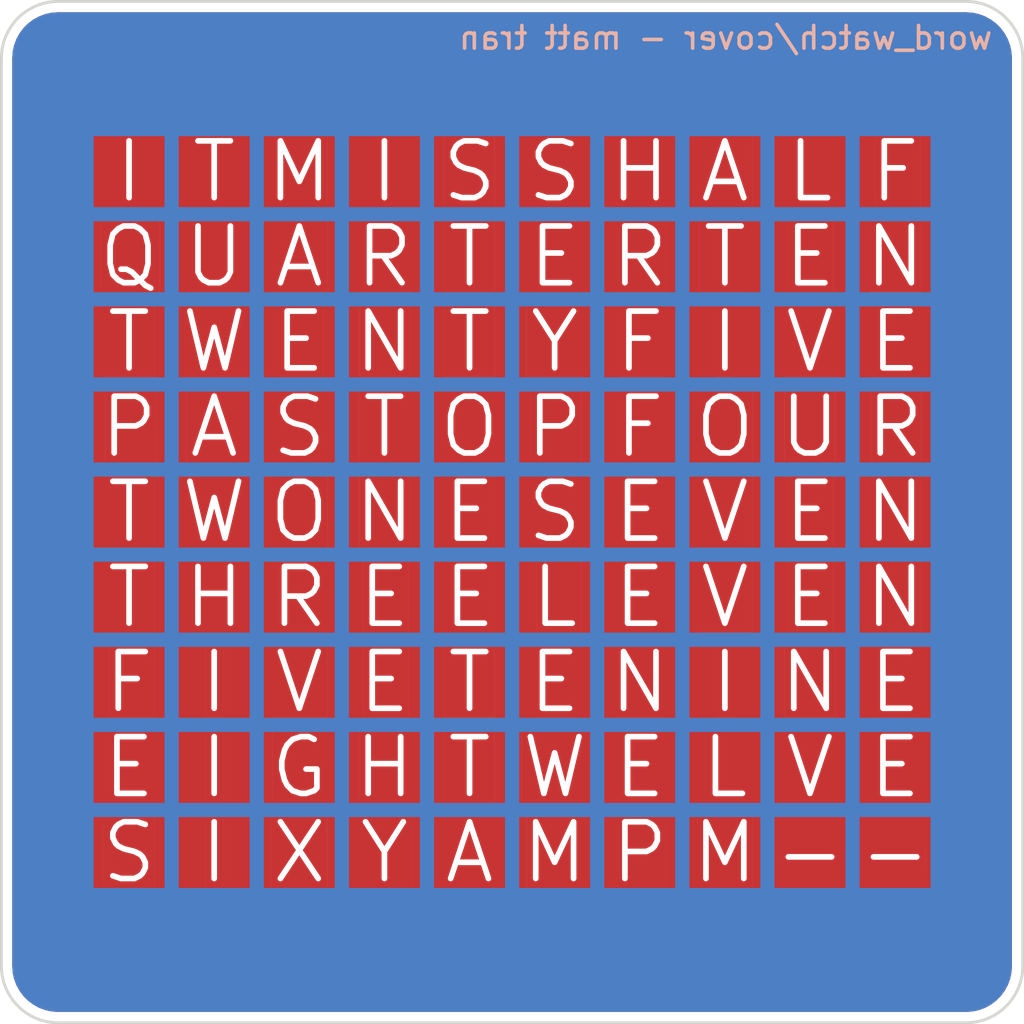
<source format=kicad_pcb>
(kicad_pcb (version 20240108) (generator "pcbnew") (generator_version "8.0")
  (layers (0 "F.Cu" signal) (31 "B.Cu" signal) (34 "B.Paste" user) (35 "F.Paste" user) (36 "B.SilkS" user "B.Silkscreen") (37 "F.SilkS" user "F.Silkscreen") (38 "B.Mask" user) (39 "F.Mask" user) (44 "Edge.Cuts" user))
  (net 0 "")
  (gr_line (start 134 118) (end 166 118) (stroke (width 0.1)) (layer "Edge.Cuts"))
  (gr_arc (start 166 82) (mid 167.414214 82.585786) (end 168 84) (stroke (width 0.1)) (layer "Edge.Cuts"))
  (gr_line (start 132 84) (end 132 116) (stroke (width 0.1)) (layer "Edge.Cuts"))
  (gr_arc (start 168 116) (mid 167.414214 117.414214) (end 166 118) (stroke (width 0.1)) (layer "Edge.Cuts"))
  (gr_arc (start 134 118) (mid 132.585786 117.414214) (end 132 116) (stroke (width 0.1)) (layer "Edge.Cuts"))
  (gr_line (start 168 116) (end 168 84) (stroke (width 0.1)) (layer "Edge.Cuts"))
  (gr_line (start 166 82) (end 134 82) (stroke (width 0.1)) (layer "Edge.Cuts"))
  (gr_arc (start 132 84) (mid 132.585786 82.585786) (end 134 82) (stroke (width 0.1)) (layer "Edge.Cuts"))
  (gr_text "P" (at 154.5 112 0) (layer "F.Cu" knockout) (effects (font (size 2 2) (thickness 0.2))))
  (gr_text "N" (at 160.5 106 0) (layer "F.Cu" knockout) (effects (font (size 2 2) (thickness 0.2))))
  (gr_text "V" (at 142.5 106 0) (layer "F.Cu" knockout) (effects (font (size 2 2) (thickness 0.2))))
  (gr_text "I" (at 136.5 88 0) (layer "F.Cu" knockout) (effects (font (size 2 2) (thickness 0.2))))
  (gr_text "E" (at 151.5 91 0) (layer "F.Cu" knockout) (effects (font (size 2 2) (thickness 0.2))))
  (gr_text "E" (at 145.5 106 0) (layer "F.Cu" knockout) (effects (font (size 2 2) (thickness 0.2))))
  (gr_text "E" (at 163.5 109 0) (layer "F.Cu" knockout) (effects (font (size 2 2) (thickness 0.2))))
  (gr_text "E" (at 148.5 100 0) (layer "F.Cu" knockout) (effects (font (size 2 2) (thickness 0.2))))
  (gr_text "W" (at 139.5 94 0) (layer "F.Cu" knockout) (effects (font (size 2 2) (thickness 0.2))))
  (gr_text "T" (at 136.5 103 0) (layer "F.Cu" knockout) (effects (font (size 2 2) (thickness 0.2))))
  (gr_text "T" (at 139.5 88 0) (layer "F.Cu" knockout) (effects (font (size 2 2) (thickness 0.2))))
  (gr_text "L" (at 151.5 103 0) (layer "F.Cu" knockout) (effects (font (size 2 2) (thickness 0.2))))
  (gr_text "R" (at 145.5 91 0) (layer "F.Cu" knockout) (effects (font (size 2 2) (thickness 0.2))))
  (gr_text "N" (at 145.5 94 0) (layer "F.Cu" knockout) (effects (font (size 2 2) (thickness 0.2))))
  (gr_text "H" (at 145.5 109 0) (layer "F.Cu" knockout) (effects (font (size 2 2) (thickness 0.2))))
  (gr_text "E" (at 160.5 103 0) (layer "F.Cu" knockout) (effects (font (size 2 2) (thickness 0.2))))
  (gr_text "N" (at 163.5 91 0) (layer "F.Cu" knockout) (effects (font (size 2 2) (thickness 0.2))))
  (gr_text "I" (at 157.5 94 0) (layer "F.Cu" knockout) (effects (font (size 2 2) (thickness 0.2))))
  (gr_text "R" (at 163.5 97 0) (layer "F.Cu" knockout) (effects (font (size 2 2) (thickness 0.2))))
  (gr_text "S" (at 148.5 88 0) (layer "F.Cu" knockout) (effects (font (size 2 2) (thickness 0.2))))
  (gr_text "V" (at 160.5 94 0) (layer "F.Cu" knockout) (effects (font (size 2 2) (thickness 0.2))))
  (gr_text "N" (at 145.5 100 0) (layer "F.Cu" knockout) (effects (font (size 2 2) (thickness 0.2))))
  (gr_text "W" (at 139.5 100 0) (layer "F.Cu" knockout) (effects (font (size 2 2) (thickness 0.2))))
  (gr_text "-" (at 163.5 112 0) (layer "F.Cu" knockout) (effects (font (size 2 2) (thickness 0.2))))
  (gr_text "E" (at 163.5 106 0) (layer "F.Cu" knockout) (effects (font (size 2 2) (thickness 0.2))))
  (gr_text "H" (at 154.5 88 0) (layer "F.Cu" knockout) (effects (font (size 2 2) (thickness 0.2))))
  (gr_text "E" (at 142.5 94 0) (layer "F.Cu" knockout) (effects (font (size 2 2) (thickness 0.2))))
  (gr_text "E" (at 154.5 109 0) (layer "F.Cu" knockout) (effects (font (size 2 2) (thickness 0.2))))
  (gr_text "R" (at 142.5 103 0) (layer "F.Cu" knockout) (effects (font (size 2 2) (thickness 0.2))))
  (gr_text "S" (at 151.5 88 0) (layer "F.Cu" knockout) (effects (font (size 2 2) (thickness 0.2))))
  (gr_text "A" (at 148.5 112 0) (layer "F.Cu" knockout) (effects (font (size 2 2) (thickness 0.2))))
  (gr_text "V" (at 157.5 103 0) (layer "F.Cu" knockout) (effects (font (size 2 2) (thickness 0.2))))
  (gr_text "T" (at 148.5 91 0) (layer "F.Cu" knockout) (effects (font (size 2 2) (thickness 0.2))))
  (gr_text "M" (at 142.5 88 0) (layer "F.Cu" knockout) (effects (font (size 2 2) (thickness 0.2))))
  (gr_text "S" (at 136.5 112 0) (layer "F.Cu" knockout) (effects (font (size 2 2) (thickness 0.2))))
  (gr_text "T" (at 148.5 109 0) (layer "F.Cu" knockout) (effects (font (size 2 2) (thickness 0.2))))
  (gr_text "E" (at 160.5 91 0) (layer "F.Cu" knockout) (effects (font (size 2 2) (thickness 0.2))))
  (gr_text "A" (at 139.5 97 0) (layer "F.Cu" knockout) (effects (font (size 2 2) (thickness 0.2))))
  (gr_text "U" (at 139.5 91 0) (layer "F.Cu" knockout) (effects (font (size 2 2) (thickness 0.2))))
  (gr_text "N" (at 163.5 100 0) (layer "F.Cu" knockout) (effects (font (size 2 2) (thickness 0.2))))
  (gr_text "M" (at 151.5 112 0) (layer "F.Cu" knockout) (effects (font (size 2 2) (thickness 0.2))))
  (gr_text "E" (at 160.5 100 0) (layer "F.Cu" knockout) (effects (font (size 2 2) (thickness 0.2))))
  (gr_text "-" (at 160.5 112 0) (layer "F.Cu" knockout) (effects (font (size 2 2) (thickness 0.2))))
  (gr_text "T" (at 148.5 106 0) (layer "F.Cu" knockout) (effects (font (size 2 2) (thickness 0.2))))
  (gr_text "F" (at 154.5 97 0) (layer "F.Cu" knockout) (effects (font (size 2 2) (thickness 0.2))))
  (gr_text "O" (at 148.5 97 0) (layer "F.Cu" knockout) (effects (font (size 2 2) (thickness 0.2))))
  (gr_text "V" (at 160.5 109 0) (layer "F.Cu" knockout) (effects (font (size 2 2) (thickness 0.2))))
  (gr_text "F" (at 154.5 94 0) (layer "F.Cu" knockout) (effects (font (size 2 2) (thickness 0.2))))
  (gr_text "S" (at 142.5 97 0) (layer "F.Cu" knockout) (effects (font (size 2 2) (thickness 0.2))))
  (gr_text "W" (at 151.5 109 0) (layer "F.Cu" knockout) (effects (font (size 2 2) (thickness 0.2))))
  (gr_text "O" (at 142.5 100 0) (layer "F.Cu" knockout) (effects (font (size 2 2) (thickness 0.2))))
  (gr_text "T" (at 136.5 94 0) (layer "F.Cu" knockout) (effects (font (size 2 2) (thickness 0.2))))
  (gr_text "M" (at 157.5 112 0) (layer "F.Cu" knockout) (effects (font (size 2 2) (thickness 0.2))))
  (gr_text "E" (at 154.5 103 0) (layer "F.Cu" knockout) (effects (font (size 2 2) (thickness 0.2))))
  (gr_text "Y" (at 145.5 112 0) (layer "F.Cu" knockout) (effects (font (size 2 2) (thickness 0.2))))
  (gr_text "R" (at 154.5 91 0) (layer "F.Cu" knockout) (effects (font (size 2 2) (thickness 0.2))))
  (gr_text "I" (at 139.5 112 0) (layer "F.Cu" knockout) (effects (font (size 2 2) (thickness 0.2))))
  (gr_text "I" (at 139.5 109 0) (layer "F.Cu" knockout) (effects (font (size 2 2) (thickness 0.2))))
  (gr_text "F" (at 136.5 106 0) (layer "F.Cu" knockout) (effects (font (size 2 2) (thickness 0.2))))
  (gr_text "I" (at 139.5 106 0) (layer "F.Cu" knockout) (effects (font (size 2 2) (thickness 0.2))))
  (gr_text "I" (at 157.5 106 0) (layer "F.Cu" knockout) (effects (font (size 2 2) (thickness 0.2))))
  (gr_text "V" (at 157.5 100 0) (layer "F.Cu" knockout) (effects (font (size 2 2) (thickness 0.2))))
  (gr_text "P" (at 136.5 97 0) (layer "F.Cu" knockout) (effects (font (size 2 2) (thickness 0.2))))
  (gr_text "T" (at 145.5 97 0) (layer "F.Cu" knockout) (effects (font (size 2 2) (thickness 0.2))))
  (gr_text "U" (at 160.5 97 0) (layer "F.Cu" knockout) (effects (font (size 2 2) (thickness 0.2))))
  (gr_text "H" (at 139.5 103 0) (layer "F.Cu" knockout) (effects (font (size 2 2) (thickness 0.2))))
  (gr_text "T" (at 136.5 100 0) (layer "F.Cu" knockout) (effects (font (size 2 2) (thickness 0.2))))
  (gr_text "E" (at 151.5 106 0) (layer "F.Cu" knockout) (effects (font (size 2 2) (thickness 0.2))))
  (gr_text "F" (at 163.5 88 0) (layer "F.Cu" knockout) (effects (font (size 2 2) (thickness 0.2))))
  (gr_text "P" (at 151.5 97 0) (layer "F.Cu" knockout) (effects (font (size 2 2) (thickness 0.2))))
  (gr_text "E" (at 148.5 103 0) (layer "F.Cu" knockout) (effects (font (size 2 2) (thickness 0.2))))
  (gr_text "L" (at 157.5 109 0) (layer "F.Cu" knockout) (effects (font (size 2 2) (thickness 0.2))))
  (gr_text "T" (at 157.5 91 0) (layer "F.Cu" knockout) (effects (font (size 2 2) (thickness 0.2))))
  (gr_text "X" (at 142.5 112 0) (layer "F.Cu" knockout) (effects (font (size 2 2) (thickness 0.2))))
  (gr_text "L" (at 160.5 88 0) (layer "F.Cu" knockout) (effects (font (size 2 2) (thickness 0.2))))
  (gr_text "N" (at 163.5 103 0) (layer "F.Cu" knockout) (effects (font (size 2 2) (thickness 0.2))))
  (gr_text "E" (at 154.5 100 0) (layer "F.Cu" knockout) (effects (font (size 2 2) (thickness 0.2))))
  (gr_text "S" (at 151.5 100 0) (layer "F.Cu" knockout) (effects (font (size 2 2) (thickness 0.2))))
  (gr_text "E" (at 163.5 94 0) (layer "F.Cu" knockout) (effects (font (size 2 2) (thickness 0.2))))
  (gr_text "N" (at 154.5 106 0) (layer "F.Cu" knockout) (effects (font (size 2 2) (thickness 0.2))))
  (gr_text "A" (at 142.5 91 0) (layer "F.Cu" knockout) (effects (font (size 2 2) (thickness 0.2))))
  (gr_text "E" (at 136.5 109 0) (layer "F.Cu" knockout) (effects (font (size 2 2) (thickness 0.2))))
  (gr_text "Q" (at 136.5 91 0) (layer "F.Cu" knockout) (effects (font (size 2 2) (thickness 0.2))))
  (gr_text "G" (at 142.5 109 0) (layer "F.Cu" knockout) (effects (font (size 2 2) (thickness 0.2))))
  (gr_text "Y" (at 151.5 94 0) (layer "F.Cu" knockout) (effects (font (size 2 2) (thickness 0.2))))
  (gr_text "A" (at 157.5 88 0) (layer "F.Cu" knockout) (effects (font (size 2 2) (thickness 0.2))))
  (gr_text "E" (at 145.5 103 0) (layer "F.Cu" knockout) (effects (font (size 2 2) (thickness 0.2))))
  (gr_text "I" (at 145.5 88 0) (layer "F.Cu" knockout) (effects (font (size 2 2) (thickness 0.2))))
  (gr_text "O" (at 157.5 97 0) (layer "F.Cu" knockout) (effects (font (size 2 2) (thickness 0.2))))
  (gr_text "T" (at 148.5 94 0) (layer "F.Cu" knockout) (effects (font (size 2 2) (thickness 0.2))))
  (gr_text "word_watch/cover - matt tran" (at 167 83.75 -0) (layer "B.SilkS") (effects (font (size 0.8 0.8) (thickness 0.127)) (justify left bottom mirror)))
  (zone (net 0) (net_name "") (layers "F&B.Cu") (connect_pads yes (clearance 0.1524)) (min_thickness 0.1524) (fill yes (thermal_gap 0.5) (thermal_bridge_width 0.5) (island_removal_mode 1) (island_area_min 10))
    (polygon (pts (xy 132 82) (xy 132 118) (xy 168 118) (xy 168 82)))
  )
  (zone (net 0) (net_name "") (layer "B.Cu") (connect_pads yes (clearance 0)) (min_thickness 0.1524)
    (keepout (tracks not_allowed) (vias not_allowed) (pads not_allowed) (copperpour not_allowed) (footprints allowed))
    (fill (thermal_gap 0.5) (thermal_bridge_width 0.5) (island_removal_mode 1) (island_area_min 10))
    (polygon (pts (xy 162.25 104.75) (xy 164.75 104.75) (xy 164.75 107.25) (xy 162.25 107.25)))
  )
  (zone (net 0) (net_name "") (layer "B.Cu") (connect_pads yes (clearance 0)) (min_thickness 0.1524)
    (keepout (tracks not_allowed) (vias not_allowed) (pads not_allowed) (copperpour not_allowed) (footprints allowed))
    (fill (thermal_gap 0.5) (thermal_bridge_width 0.5) (island_removal_mode 1) (island_area_min 10))
    (polygon (pts (xy 138.25 98.75) (xy 140.75 98.75) (xy 140.75 101.25) (xy 138.25 101.25)))
  )
  (zone (net 0) (net_name "") (layer "B.Cu") (connect_pads yes (clearance 0)) (min_thickness 0.1524)
    (keepout (tracks not_allowed) (vias not_allowed) (pads not_allowed) (copperpour not_allowed) (footprints allowed))
    (fill (thermal_gap 0.5) (thermal_bridge_width 0.5) (island_removal_mode 1) (island_area_min 10))
    (polygon (pts (xy 153.25 107.75) (xy 155.75 107.75) (xy 155.75 110.25) (xy 153.25 110.25)))
  )
  (zone (net 0) (net_name "") (layer "B.Cu") (connect_pads yes (clearance 0)) (min_thickness 0.1524)
    (keepout (tracks not_allowed) (vias not_allowed) (pads not_allowed) (copperpour not_allowed) (footprints allowed))
    (fill (thermal_gap 0.5) (thermal_bridge_width 0.5) (island_removal_mode 1) (island_area_min 10))
    (polygon (pts (xy 135.25 107.75) (xy 137.75 107.75) (xy 137.75 110.25) (xy 135.25 110.25)))
  )
  (zone (net 0) (net_name "") (layer "B.Cu") (connect_pads yes (clearance 0)) (min_thickness 0.1524)
    (keepout (tracks not_allowed) (vias not_allowed) (pads not_allowed) (copperpour not_allowed) (footprints allowed))
    (fill (thermal_gap 0.5) (thermal_bridge_width 0.5) (island_removal_mode 1) (island_area_min 10))
    (polygon (pts (xy 153.25 89.75) (xy 155.75 89.75) (xy 155.75 92.25) (xy 153.25 92.25)))
  )
  (zone (net 0) (net_name "") (layer "B.Cu") (connect_pads yes (clearance 0)) (min_thickness 0.1524)
    (keepout (tracks not_allowed) (vias not_allowed) (pads not_allowed) (copperpour not_allowed) (footprints allowed))
    (fill (thermal_gap 0.5) (thermal_bridge_width 0.5) (island_removal_mode 1) (island_area_min 10))
    (polygon (pts (xy 147.25 104.75) (xy 149.75 104.75) (xy 149.75 107.25) (xy 147.25 107.25)))
  )
  (zone (net 0) (net_name "") (layer "B.Cu") (connect_pads yes (clearance 0)) (min_thickness 0.1524)
    (keepout (tracks not_allowed) (vias not_allowed) (pads not_allowed) (copperpour not_allowed) (footprints allowed))
    (fill (thermal_gap 0.5) (thermal_bridge_width 0.5) (island_removal_mode 1) (island_area_min 10))
    (polygon (pts (xy 159.25 107.75) (xy 161.75 107.75) (xy 161.75 110.25) (xy 159.25 110.25)))
  )
  (zone (net 0) (net_name "") (layer "B.Cu") (connect_pads yes (clearance 0)) (min_thickness 0.1524)
    (keepout (tracks not_allowed) (vias not_allowed) (pads not_allowed) (copperpour not_allowed) (footprints allowed))
    (fill (thermal_gap 0.5) (thermal_bridge_width 0.5) (island_removal_mode 1) (island_area_min 10))
    (polygon (pts (xy 159.25 92.75) (xy 161.75 92.75) (xy 161.75 95.25) (xy 159.25 95.25)))
  )
  (zone (net 0) (net_name "") (layer "B.Cu") (connect_pads yes (clearance 0)) (min_thickness 0.1524)
    (keepout (tracks not_allowed) (vias not_allowed) (pads not_allowed) (copperpour not_allowed) (footprints allowed))
    (fill (thermal_gap 0.5) (thermal_bridge_width 0.5) (island_removal_mode 1) (island_area_min 10))
    (polygon (pts (xy 138.25 101.75) (xy 140.75 101.75) (xy 140.75 104.25) (xy 138.25 104.25)))
  )
  (zone (net 0) (net_name "") (layer "B.Cu") (connect_pads yes (clearance 0)) (min_thickness 0.1524)
    (keepout (tracks not_allowed) (vias not_allowed) (pads not_allowed) (copperpour not_allowed) (footprints allowed))
    (fill (thermal_gap 0.5) (thermal_bridge_width 0.5) (island_removal_mode 1) (island_area_min 10))
    (polygon (pts (xy 141.25 89.75) (xy 143.75 89.75) (xy 143.75 92.25) (xy 141.25 92.25)))
  )
  (zone (net 0) (net_name "") (layer "B.Cu") (connect_pads yes (clearance 0)) (min_thickness 0.1524)
    (keepout (tracks not_allowed) (vias not_allowed) (pads not_allowed) (copperpour not_allowed) (footprints allowed))
    (fill (thermal_gap 0.5) (thermal_bridge_width 0.5) (island_removal_mode 1) (island_area_min 10))
    (polygon (pts (xy 135.25 101.75) (xy 137.75 101.75) (xy 137.75 104.25) (xy 135.25 104.25)))
  )
  (zone (net 0) (net_name "") (layer "B.Cu") (connect_pads yes (clearance 0)) (min_thickness 0.1524)
    (keepout (tracks not_allowed) (vias not_allowed) (pads not_allowed) (copperpour not_allowed) (footprints allowed))
    (fill (thermal_gap 0.5) (thermal_bridge_width 0.5) (island_removal_mode 1) (island_area_min 10))
    (polygon (pts (xy 147.25 95.75) (xy 149.75 95.75) (xy 149.75 98.25) (xy 147.25 98.25)))
  )
  (zone (net 0) (net_name "") (layer "B.Cu") (connect_pads yes (clearance 0)) (min_thickness 0.1524)
    (keepout (tracks not_allowed) (vias not_allowed) (pads not_allowed) (copperpour not_allowed) (footprints allowed))
    (fill (thermal_gap 0.5) (thermal_bridge_width 0.5) (island_removal_mode 1) (island_area_min 10))
    (polygon (pts (xy 144.25 101.75) (xy 146.75 101.75) (xy 146.75 104.25) (xy 144.25 104.25)))
  )
  (zone (net 0) (net_name "") (layer "B.Cu") (connect_pads yes (clearance 0)) (min_thickness 0.1524)
    (keepout (tracks not_allowed) (vias not_allowed) (pads not_allowed) (copperpour not_allowed) (footprints allowed))
    (fill (thermal_gap 0.5) (thermal_bridge_width 0.5) (island_removal_mode 1) (island_area_min 10))
    (polygon (pts (xy 153.25 86.75) (xy 155.75 86.75) (xy 155.75 89.25) (xy 153.25 89.25)))
  )
  (zone (net 0) (net_name "") (layer "B.Cu") (connect_pads yes (clearance 0)) (min_thickness 0.1524)
    (keepout (tracks not_allowed) (vias not_allowed) (pads not_allowed) (copperpour not_allowed) (footprints allowed))
    (fill (thermal_gap 0.5) (thermal_bridge_width 0.5) (island_removal_mode 1) (island_area_min 10))
    (polygon (pts (xy 141.25 104.75) (xy 143.75 104.75) (xy 143.75 107.25) (xy 141.25 107.25)))
  )
  (zone (net 0) (net_name "") (layer "B.Cu") (connect_pads yes (clearance 0)) (min_thickness 0.1524)
    (keepout (tracks not_allowed) (vias not_allowed) (pads not_allowed) (copperpour not_allowed) (footprints allowed))
    (fill (thermal_gap 0.5) (thermal_bridge_width 0.5) (island_removal_mode 1) (island_area_min 10))
    (polygon (pts (xy 144.25 95.75) (xy 146.75 95.75) (xy 146.75 98.25) (xy 144.25 98.25)))
  )
  (zone (net 0) (net_name "") (layer "B.Cu") (connect_pads yes (clearance 0)) (min_thickness 0.1524)
    (keepout (tracks not_allowed) (vias not_allowed) (pads not_allowed) (copperpour not_allowed) (footprints allowed))
    (fill (thermal_gap 0.5) (thermal_bridge_width 0.5) (island_removal_mode 1) (island_area_min 10))
    (polygon (pts (xy 159.25 104.75) (xy 161.75 104.75) (xy 161.75 107.25) (xy 159.25 107.25)))
  )
  (zone (net 0) (net_name "") (layer "B.Cu") (connect_pads yes (clearance 0)) (min_thickness 0.1524)
    (keepout (tracks not_allowed) (vias not_allowed) (pads not_allowed) (copperpour not_allowed) (footprints allowed))
    (fill (thermal_gap 0.5) (thermal_bridge_width 0.5) (island_removal_mode 1) (island_area_min 10))
    (polygon (pts (xy 162.25 110.75) (xy 164.75 110.75) (xy 164.75 113.25) (xy 162.25 113.25)))
  )
  (zone (net 0) (net_name "") (layer "B.Cu") (connect_pads yes (clearance 0)) (min_thickness 0.1524)
    (keepout (tracks not_allowed) (vias not_allowed) (pads not_allowed) (copperpour not_allowed) (footprints allowed))
    (fill (thermal_gap 0.5) (thermal_bridge_width 0.5) (island_removal_mode 1) (island_area_min 10))
    (polygon (pts (xy 135.25 95.75) (xy 137.75 95.75) (xy 137.75 98.25) (xy 135.25 98.25)))
  )
  (zone (net 0) (net_name "") (layer "B.Cu") (connect_pads yes (clearance 0)) (min_thickness 0.1524)
    (keepout (tracks not_allowed) (vias not_allowed) (pads not_allowed) (copperpour not_allowed) (footprints allowed))
    (fill (thermal_gap 0.5) (thermal_bridge_width 0.5) (island_removal_mode 1) (island_area_min 10))
    (polygon (pts (xy 135.25 86.75) (xy 137.75 86.75) (xy 137.75 89.25) (xy 135.25 89.25)))
  )
  (zone (net 0) (net_name "") (layer "B.Cu") (connect_pads yes (clearance 0)) (min_thickness 0.1524)
    (keepout (tracks not_allowed) (vias not_allowed) (pads not_allowed) (copperpour not_allowed) (footprints allowed))
    (fill (thermal_gap 0.5) (thermal_bridge_width 0.5) (island_removal_mode 1) (island_area_min 10))
    (polygon (pts (xy 144.25 104.75) (xy 146.75 104.75) (xy 146.75 107.25) (xy 144.25 107.25)))
  )
  (zone (net 0) (net_name "") (layer "B.Cu") (connect_pads yes (clearance 0)) (min_thickness 0.1524)
    (keepout (tracks not_allowed) (vias not_allowed) (pads not_allowed) (copperpour not_allowed) (footprints allowed))
    (fill (thermal_gap 0.5) (thermal_bridge_width 0.5) (island_removal_mode 1) (island_area_min 10))
    (polygon (pts (xy 147.25 92.75) (xy 149.75 92.75) (xy 149.75 95.25) (xy 147.25 95.25)))
  )
  (zone (net 0) (net_name "") (layer "B.Cu") (connect_pads yes (clearance 0)) (min_thickness 0.1524)
    (keepout (tracks not_allowed) (vias not_allowed) (pads not_allowed) (copperpour not_allowed) (footprints allowed))
    (fill (thermal_gap 0.5) (thermal_bridge_width 0.5) (island_removal_mode 1) (island_area_min 10))
    (polygon (pts (xy 159.25 101.75) (xy 161.75 101.75) (xy 161.75 104.25) (xy 159.25 104.25)))
  )
  (zone (net 0) (net_name "") (layer "B.Cu") (connect_pads yes (clearance 0)) (min_thickness 0.1524)
    (keepout (tracks not_allowed) (vias not_allowed) (pads not_allowed) (copperpour not_allowed) (footprints allowed))
    (fill (thermal_gap 0.5) (thermal_bridge_width 0.5) (island_removal_mode 1) (island_area_min 10))
    (polygon (pts (xy 135.25 92.75) (xy 137.75 92.75) (xy 137.75 95.25) (xy 135.25 95.25)))
  )
  (zone (net 0) (net_name "") (layer "B.Cu") (connect_pads yes (clearance 0)) (min_thickness 0.1524)
    (keepout (tracks not_allowed) (vias not_allowed) (pads not_allowed) (copperpour not_allowed) (footprints allowed))
    (fill (thermal_gap 0.5) (thermal_bridge_width 0.5) (island_removal_mode 1) (island_area_min 10))
    (polygon (pts (xy 141.25 98.75) (xy 143.75 98.75) (xy 143.75 101.25) (xy 141.25 101.25)))
  )
  (zone (net 0) (net_name "") (layer "B.Cu") (connect_pads yes (clearance 0)) (min_thickness 0.1524)
    (keepout (tracks not_allowed) (vias not_allowed) (pads not_allowed) (copperpour not_allowed) (footprints allowed))
    (fill (thermal_gap 0.5) (thermal_bridge_width 0.5) (island_removal_mode 1) (island_area_min 10))
    (polygon (pts (xy 156.25 86.75) (xy 158.75 86.75) (xy 158.75 89.25) (xy 156.25 89.25)))
  )
  (zone (net 0) (net_name "") (layer "B.Cu") (connect_pads yes (clearance 0)) (min_thickness 0.1524)
    (keepout (tracks not_allowed) (vias not_allowed) (pads not_allowed) (copperpour not_allowed) (footprints allowed))
    (fill (thermal_gap 0.5) (thermal_bridge_width 0.5) (island_removal_mode 1) (island_area_min 10))
    (polygon (pts (xy 156.25 92.75) (xy 158.75 92.75) (xy 158.75 95.25) (xy 156.25 95.25)))
  )
  (zone (net 0) (net_name "") (layer "B.Cu") (connect_pads yes (clearance 0)) (min_thickness 0.1524)
    (keepout (tracks not_allowed) (vias not_allowed) (pads not_allowed) (copperpour not_allowed) (footprints allowed))
    (fill (thermal_gap 0.5) (thermal_bridge_width 0.5) (island_removal_mode 1) (island_area_min 10))
    (polygon (pts (xy 150.25 86.75) (xy 152.75 86.75) (xy 152.75 89.25) (xy 150.25 89.25)))
  )
  (zone (net 0) (net_name "") (layer "B.Cu") (connect_pads yes (clearance 0)) (min_thickness 0.1524)
    (keepout (tracks not_allowed) (vias not_allowed) (pads not_allowed) (copperpour not_allowed) (footprints allowed))
    (fill (thermal_gap 0.5) (thermal_bridge_width 0.5) (island_removal_mode 1) (island_area_min 10))
    (polygon (pts (xy 138.25 107.75) (xy 140.75 107.75) (xy 140.75 110.25) (xy 138.25 110.25)))
  )
  (zone (net 0) (net_name "") (layer "B.Cu") (connect_pads yes (clearance 0)) (min_thickness 0.1524)
    (keepout (tracks not_allowed) (vias not_allowed) (pads not_allowed) (copperpour not_allowed) (footprints allowed))
    (fill (thermal_gap 0.5) (thermal_bridge_width 0.5) (island_removal_mode 1) (island_area_min 10))
    (polygon (pts (xy 162.25 107.75) (xy 164.75 107.75) (xy 164.75 110.25) (xy 162.25 110.25)))
  )
  (zone (net 0) (net_name "") (layer "B.Cu") (connect_pads yes (clearance 0)) (min_thickness 0.1524)
    (keepout (tracks not_allowed) (vias not_allowed) (pads not_allowed) (copperpour not_allowed) (footprints allowed))
    (fill (thermal_gap 0.5) (thermal_bridge_width 0.5) (island_removal_mode 1) (island_area_min 10))
    (polygon (pts (xy 144.25 110.75) (xy 146.75 110.75) (xy 146.75 113.25) (xy 144.25 113.25)))
  )
  (zone (net 0) (net_name "") (layer "B.Cu") (connect_pads yes (clearance 0)) (min_thickness 0.1524)
    (keepout (tracks not_allowed) (vias not_allowed) (pads not_allowed) (copperpour not_allowed) (footprints allowed))
    (fill (thermal_gap 0.5) (thermal_bridge_width 0.5) (island_removal_mode 1) (island_area_min 10))
    (polygon (pts (xy 150.25 95.75) (xy 152.75 95.75) (xy 152.75 98.25) (xy 150.25 98.25)))
  )
  (zone (net 0) (net_name "") (layer "B.Cu") (connect_pads yes (clearance 0)) (min_thickness 0.1524)
    (keepout (tracks not_allowed) (vias not_allowed) (pads not_allowed) (copperpour not_allowed) (footprints allowed))
    (fill (thermal_gap 0.5) (thermal_bridge_width 0.5) (island_removal_mode 1) (island_area_min 10))
    (polygon (pts (xy 138.25 95.75) (xy 140.75 95.75) (xy 140.75 98.25) (xy 138.25 98.25)))
  )
  (zone (net 0) (net_name "") (layer "B.Cu") (connect_pads yes (clearance 0)) (min_thickness 0.1524)
    (keepout (tracks not_allowed) (vias not_allowed) (pads not_allowed) (copperpour not_allowed) (footprints allowed))
    (fill (thermal_gap 0.5) (thermal_bridge_width 0.5) (island_removal_mode 1) (island_area_min 10))
    (polygon (pts (xy 147.25 107.75) (xy 149.75 107.75) (xy 149.75 110.25) (xy 147.25 110.25)))
  )
  (zone (net 0) (net_name "") (layer "B.Cu") (connect_pads yes (clearance 0)) (min_thickness 0.1524)
    (keepout (tracks not_allowed) (vias not_allowed) (pads not_allowed) (copperpour not_allowed) (footprints allowed))
    (fill (thermal_gap 0.5) (thermal_bridge_width 0.5) (island_removal_mode 1) (island_area_min 10))
    (polygon (pts (xy 153.25 104.75) (xy 155.75 104.75) (xy 155.75 107.25) (xy 153.25 107.25)))
  )
  (zone (net 0) (net_name "") (layer "B.Cu") (connect_pads yes (clearance 0)) (min_thickness 0.1524)
    (keepout (tracks not_allowed) (vias not_allowed) (pads not_allowed) (copperpour not_allowed) (footprints allowed))
    (fill (thermal_gap 0.5) (thermal_bridge_width 0.5) (island_removal_mode 1) (island_area_min 10))
    (polygon (pts (xy 144.25 89.75) (xy 146.75 89.75) (xy 146.75 92.25) (xy 144.25 92.25)))
  )
  (zone (net 0) (net_name "") (layer "B.Cu") (connect_pads yes (clearance 0)) (min_thickness 0.1524)
    (keepout (tracks not_allowed) (vias not_allowed) (pads not_allowed) (copperpour not_allowed) (footprints allowed))
    (fill (thermal_gap 0.5) (thermal_bridge_width 0.5) (island_removal_mode 1) (island_area_min 10))
    (polygon (pts (xy 162.25 89.75) (xy 164.75 89.75) (xy 164.75 92.25) (xy 162.25 92.25)))
  )
  (zone (net 0) (net_name "") (layer "B.Cu") (connect_pads yes (clearance 0)) (min_thickness 0.1524)
    (keepout (tracks not_allowed) (vias not_allowed) (pads not_allowed) (copperpour not_allowed) (footprints allowed))
    (fill (thermal_gap 0.5) (thermal_bridge_width 0.5) (island_removal_mode 1) (island_area_min 10))
    (polygon (pts (xy 141.25 110.75) (xy 143.75 110.75) (xy 143.75 113.25) (xy 141.25 113.25)))
  )
  (zone (net 0) (net_name "") (layer "B.Cu") (connect_pads yes (clearance 0)) (min_thickness 0.1524)
    (keepout (tracks not_allowed) (vias not_allowed) (pads not_allowed) (copperpour not_allowed) (footprints allowed))
    (fill (thermal_gap 0.5) (thermal_bridge_width 0.5) (island_removal_mode 1) (island_area_min 10))
    (polygon (pts (xy 144.25 92.75) (xy 146.75 92.75) (xy 146.75 95.25) (xy 144.25 95.25)))
  )
  (zone (net 0) (net_name "") (layer "B.Cu") (connect_pads yes (clearance 0)) (min_thickness 0.1524)
    (keepout (tracks not_allowed) (vias not_allowed) (pads not_allowed) (copperpour not_allowed) (footprints allowed))
    (fill (thermal_gap 0.5) (thermal_bridge_width 0.5) (island_removal_mode 1) (island_area_min 10))
    (polygon (pts (xy 159.25 110.75) (xy 161.75 110.75) (xy 161.75 113.25) (xy 159.25 113.25)))
  )
  (zone (net 0) (net_name "") (layer "B.Cu") (connect_pads yes (clearance 0)) (min_thickness 0.1524)
    (keepout (tracks not_allowed) (vias not_allowed) (pads not_allowed) (copperpour not_allowed) (footprints allowed))
    (fill (thermal_gap 0.5) (thermal_bridge_width 0.5) (island_removal_mode 1) (island_area_min 10))
    (polygon (pts (xy 147.25 101.75) (xy 149.75 101.75) (xy 149.75 104.25) (xy 147.25 104.25)))
  )
  (zone (net 0) (net_name "") (layer "B.Cu") (connect_pads yes (clearance 0)) (min_thickness 0.1524)
    (keepout (tracks not_allowed) (vias not_allowed) (pads not_allowed) (copperpour not_allowed) (footprints allowed))
    (fill (thermal_gap 0.5) (thermal_bridge_width 0.5) (island_removal_mode 1) (island_area_min 10))
    (polygon (pts (xy 135.25 110.75) (xy 137.75 110.75) (xy 137.75 113.25) (xy 135.25 113.25)))
  )
  (zone (net 0) (net_name "") (layer "B.Cu") (connect_pads yes (clearance 0)) (min_thickness 0.1524)
    (keepout (tracks not_allowed) (vias not_allowed) (pads not_allowed) (copperpour not_allowed) (footprints allowed))
    (fill (thermal_gap 0.5) (thermal_bridge_width 0.5) (island_removal_mode 1) (island_area_min 10))
    (polygon (pts (xy 156.25 98.75) (xy 158.75 98.75) (xy 158.75 101.25) (xy 156.25 101.25)))
  )
  (zone (net 0) (net_name "") (layer "B.Cu") (connect_pads yes (clearance 0)) (min_thickness 0.1524)
    (keepout (tracks not_allowed) (vias not_allowed) (pads not_allowed) (copperpour not_allowed) (footprints allowed))
    (fill (thermal_gap 0.5) (thermal_bridge_width 0.5) (island_removal_mode 1) (island_area_min 10))
    (polygon (pts (xy 162.25 101.75) (xy 164.75 101.75) (xy 164.75 104.25) (xy 162.25 104.25)))
  )
  (zone (net 0) (net_name "") (layer "B.Cu") (connect_pads yes (clearance 0)) (min_thickness 0.1524)
    (keepout (tracks not_allowed) (vias not_allowed) (pads not_allowed) (copperpour not_allowed) (footprints allowed))
    (fill (thermal_gap 0.5) (thermal_bridge_width 0.5) (island_removal_mode 1) (island_area_min 10))
    (polygon (pts (xy 162.25 92.75) (xy 164.75 92.75) (xy 164.75 95.25) (xy 162.25 95.25)))
  )
  (zone (net 0) (net_name "") (layer "B.Cu") (connect_pads yes (clearance 0)) (min_thickness 0.1524)
    (keepout (tracks not_allowed) (vias not_allowed) (pads not_allowed) (copperpour not_allowed) (footprints allowed))
    (fill (thermal_gap 0.5) (thermal_bridge_width 0.5) (island_removal_mode 1) (island_area_min 10))
    (polygon (pts (xy 159.25 95.75) (xy 161.75 95.75) (xy 161.75 98.25) (xy 159.25 98.25)))
  )
  (zone (net 0) (net_name "") (layer "B.Cu") (connect_pads yes (clearance 0)) (min_thickness 0.1524)
    (keepout (tracks not_allowed) (vias not_allowed) (pads not_allowed) (copperpour not_allowed) (footprints allowed))
    (fill (thermal_gap 0.5) (thermal_bridge_width 0.5) (island_removal_mode 1) (island_area_min 10))
    (polygon (pts (xy 144.25 98.75) (xy 146.75 98.75) (xy 146.75 101.25) (xy 144.25 101.25)))
  )
  (zone (net 0) (net_name "") (layer "B.Cu") (connect_pads yes (clearance 0)) (min_thickness 0.1524)
    (keepout (tracks not_allowed) (vias not_allowed) (pads not_allowed) (copperpour not_allowed) (footprints allowed))
    (fill (thermal_gap 0.5) (thermal_bridge_width 0.5) (island_removal_mode 1) (island_area_min 10))
    (polygon (pts (xy 150.25 89.75) (xy 152.75 89.75) (xy 152.75 92.25) (xy 150.25 92.25)))
  )
  (zone (net 0) (net_name "") (layer "B.Cu") (connect_pads yes (clearance 0)) (min_thickness 0.1524)
    (keepout (tracks not_allowed) (vias not_allowed) (pads not_allowed) (copperpour not_allowed) (footprints allowed))
    (fill (thermal_gap 0.5) (thermal_bridge_width 0.5) (island_removal_mode 1) (island_area_min 10))
    (polygon (pts (xy 138.25 86.75) (xy 140.75 86.75) (xy 140.75 89.25) (xy 138.25 89.25)))
  )
  (zone (net 0) (net_name "") (layer "B.Cu") (connect_pads yes (clearance 0)) (min_thickness 0.1524)
    (keepout (tracks not_allowed) (vias not_allowed) (pads not_allowed) (copperpour not_allowed) (footprints allowed))
    (fill (thermal_gap 0.5) (thermal_bridge_width 0.5) (island_removal_mode 1) (island_area_min 10))
    (polygon (pts (xy 153.25 95.75) (xy 155.75 95.75) (xy 155.75 98.25) (xy 153.25 98.25)))
  )
  (zone (net 0) (net_name "") (layer "B.Cu") (connect_pads yes (clearance 0)) (min_thickness 0.1524)
    (keepout (tracks not_allowed) (vias not_allowed) (pads not_allowed) (copperpour not_allowed) (footprints allowed))
    (fill (thermal_gap 0.5) (thermal_bridge_width 0.5) (island_removal_mode 1) (island_area_min 10))
    (polygon (pts (xy 156.25 110.75) (xy 158.75 110.75) (xy 158.75 113.25) (xy 156.25 113.25)))
  )
  (zone (net 0) (net_name "") (layer "B.Cu") (connect_pads yes (clearance 0)) (min_thickness 0.1524)
    (keepout (tracks not_allowed) (vias not_allowed) (pads not_allowed) (copperpour not_allowed) (footprints allowed))
    (fill (thermal_gap 0.5) (thermal_bridge_width 0.5) (island_removal_mode 1) (island_area_min 10))
    (polygon (pts (xy 162.25 95.75) (xy 164.75 95.75) (xy 164.75 98.25) (xy 162.25 98.25)))
  )
  (zone (net 0) (net_name "") (layer "B.Cu") (connect_pads yes (clearance 0)) (min_thickness 0.1524)
    (keepout (tracks not_allowed) (vias not_allowed) (pads not_allowed) (copperpour not_allowed) (footprints allowed))
    (fill (thermal_gap 0.5) (thermal_bridge_width 0.5) (island_removal_mode 1) (island_area_min 10))
    (polygon (pts (xy 153.25 98.75) (xy 155.75 98.75) (xy 155.75 101.25) (xy 153.25 101.25)))
  )
  (zone (net 0) (net_name "") (layer "B.Cu") (connect_pads yes (clearance 0)) (min_thickness 0.1524)
    (keepout (tracks not_allowed) (vias not_allowed) (pads not_allowed) (copperpour not_allowed) (footprints allowed))
    (fill (thermal_gap 0.5) (thermal_bridge_width 0.5) (island_removal_mode 1) (island_area_min 10))
    (polygon (pts (xy 150.25 98.75) (xy 152.75 98.75) (xy 152.75 101.25) (xy 150.25 101.25)))
  )
  (zone (net 0) (net_name "") (layer "B.Cu") (connect_pads yes (clearance 0)) (min_thickness 0.1524)
    (keepout (tracks not_allowed) (vias not_allowed) (pads not_allowed) (copperpour not_allowed) (footprints allowed))
    (fill (thermal_gap 0.5) (thermal_bridge_width 0.5) (island_removal_mode 1) (island_area_min 10))
    (polygon (pts (xy 156.25 89.75) (xy 158.75 89.75) (xy 158.75 92.25) (xy 156.25 92.25)))
  )
  (zone (net 0) (net_name "") (layer "B.Cu") (connect_pads yes (clearance 0)) (min_thickness 0.1524)
    (keepout (tracks not_allowed) (vias not_allowed) (pads not_allowed) (copperpour not_allowed) (footprints allowed))
    (fill (thermal_gap 0.5) (thermal_bridge_width 0.5) (island_removal_mode 1) (island_area_min 10))
    (polygon (pts (xy 135.25 104.75) (xy 137.75 104.75) (xy 137.75 107.25) (xy 135.25 107.25)))
  )
  (zone (net 0) (net_name "") (layer "B.Cu") (connect_pads yes (clearance 0)) (min_thickness 0.1524)
    (keepout (tracks not_allowed) (vias not_allowed) (pads not_allowed) (copperpour not_allowed) (footprints allowed))
    (fill (thermal_gap 0.5) (thermal_bridge_width 0.5) (island_removal_mode 1) (island_area_min 10))
    (polygon (pts (xy 150.25 110.75) (xy 152.75 110.75) (xy 152.75 113.25) (xy 150.25 113.25)))
  )
  (zone (net 0) (net_name "") (layer "B.Cu") (connect_pads yes (clearance 0)) (min_thickness 0.1524)
    (keepout (tracks not_allowed) (vias not_allowed) (pads not_allowed) (copperpour not_allowed) (footprints allowed))
    (fill (thermal_gap 0.5) (thermal_bridge_width 0.5) (island_removal_mode 1) (island_area_min 10))
    (polygon (pts (xy 141.25 86.75) (xy 143.75 86.75) (xy 143.75 89.25) (xy 141.25 89.25)))
  )
  (zone (net 0) (net_name "") (layer "B.Cu") (connect_pads yes (clearance 0)) (min_thickness 0.1524)
    (keepout (tracks not_allowed) (vias not_allowed) (pads not_allowed) (copperpour not_allowed) (footprints allowed))
    (fill (thermal_gap 0.5) (thermal_bridge_width 0.5) (island_removal_mode 1) (island_area_min 10))
    (polygon (pts (xy 162.25 86.75) (xy 164.75 86.75) (xy 164.75 89.25) (xy 162.25 89.25)))
  )
  (zone (net 0) (net_name "") (layer "B.Cu") (connect_pads yes (clearance 0)) (min_thickness 0.1524)
    (keepout (tracks not_allowed) (vias not_allowed) (pads not_allowed) (copperpour not_allowed) (footprints allowed))
    (fill (thermal_gap 0.5) (thermal_bridge_width 0.5) (island_removal_mode 1) (island_area_min 10))
    (polygon (pts (xy 153.25 110.75) (xy 155.75 110.75) (xy 155.75 113.25) (xy 153.25 113.25)))
  )
  (zone (net 0) (net_name "") (layer "B.Cu") (connect_pads yes (clearance 0)) (min_thickness 0.1524)
    (keepout (tracks not_allowed) (vias not_allowed) (pads not_allowed) (copperpour not_allowed) (footprints allowed))
    (fill (thermal_gap 0.5) (thermal_bridge_width 0.5) (island_removal_mode 1) (island_area_min 10))
    (polygon (pts (xy 159.25 86.75) (xy 161.75 86.75) (xy 161.75 89.25) (xy 159.25 89.25)))
  )
  (zone (net 0) (net_name "") (layer "B.Cu") (connect_pads yes (clearance 0)) (min_thickness 0.1524)
    (keepout (tracks not_allowed) (vias not_allowed) (pads not_allowed) (copperpour not_allowed) (footprints allowed))
    (fill (thermal_gap 0.5) (thermal_bridge_width 0.5) (island_removal_mode 1) (island_area_min 10))
    (polygon (pts (xy 138.25 89.75) (xy 140.75 89.75) (xy 140.75 92.25) (xy 138.25 92.25)))
  )
  (zone (net 0) (net_name "") (layer "B.Cu") (connect_pads yes (clearance 0)) (min_thickness 0.1524)
    (keepout (tracks not_allowed) (vias not_allowed) (pads not_allowed) (copperpour not_allowed) (footprints allowed))
    (fill (thermal_gap 0.5) (thermal_bridge_width 0.5) (island_removal_mode 1) (island_area_min 10))
    (polygon (pts (xy 162.25 98.75) (xy 164.75 98.75) (xy 164.75 101.25) (xy 162.25 101.25)))
  )
  (zone (net 0) (net_name "") (layer "B.Cu") (connect_pads yes (clearance 0)) (min_thickness 0.1524)
    (keepout (tracks not_allowed) (vias not_allowed) (pads not_allowed) (copperpour not_allowed) (footprints allowed))
    (fill (thermal_gap 0.5) (thermal_bridge_width 0.5) (island_removal_mode 1) (island_area_min 10))
    (polygon (pts (xy 150.25 92.75) (xy 152.75 92.75) (xy 152.75 95.25) (xy 150.25 95.25)))
  )
  (zone (net 0) (net_name "") (layer "B.Cu") (connect_pads yes (clearance 0)) (min_thickness 0.1524)
    (keepout (tracks not_allowed) (vias not_allowed) (pads not_allowed) (copperpour not_allowed) (footprints allowed))
    (fill (thermal_gap 0.5) (thermal_bridge_width 0.5) (island_removal_mode 1) (island_area_min 10))
    (polygon (pts (xy 156.25 107.75) (xy 158.75 107.75) (xy 158.75 110.25) (xy 156.25 110.25)))
  )
  (zone (net 0) (net_name "") (layer "B.Cu") (connect_pads yes (clearance 0)) (min_thickness 0.1524)
    (keepout (tracks not_allowed) (vias not_allowed) (pads not_allowed) (copperpour not_allowed) (footprints allowed))
    (fill (thermal_gap 0.5) (thermal_bridge_width 0.5) (island_removal_mode 1) (island_area_min 10))
    (polygon (pts (xy 138.25 104.75) (xy 140.75 104.75) (xy 140.75 107.25) (xy 138.25 107.25)))
  )
  (zone (net 0) (net_name "") (layer "B.Cu") (connect_pads yes (clearance 0)) (min_thickness 0.1524)
    (keepout (tracks not_allowed) (vias not_allowed) (pads not_allowed) (copperpour not_allowed) (footprints allowed))
    (fill (thermal_gap 0.5) (thermal_bridge_width 0.5) (island_removal_mode 1) (island_area_min 10))
    (polygon (pts (xy 138.25 92.75) (xy 140.75 92.75) (xy 140.75 95.25) (xy 138.25 95.25)))
  )
  (zone (net 0) (net_name "") (layer "B.Cu") (connect_pads yes (clearance 0)) (min_thickness 0.1524)
    (keepout (tracks not_allowed) (vias not_allowed) (pads not_allowed) (copperpour not_allowed) (footprints allowed))
    (fill (thermal_gap 0.5) (thermal_bridge_width 0.5) (island_removal_mode 1) (island_area_min 10))
    (polygon (pts (xy 156.25 101.75) (xy 158.75 101.75) (xy 158.75 104.25) (xy 156.25 104.25)))
  )
  (zone (net 0) (net_name "") (layer "B.Cu") (connect_pads yes (clearance 0)) (min_thickness 0.1524)
    (keepout (tracks not_allowed) (vias not_allowed) (pads not_allowed) (copperpour not_allowed) (footprints allowed))
    (fill (thermal_gap 0.5) (thermal_bridge_width 0.5) (island_removal_mode 1) (island_area_min 10))
    (polygon (pts (xy 141.25 107.75) (xy 143.75 107.75) (xy 143.75 110.25) (xy 141.25 110.25)))
  )
  (zone (net 0) (net_name "") (layer "B.Cu") (connect_pads yes (clearance 0)) (min_thickness 0.1524)
    (keepout (tracks not_allowed) (vias not_allowed) (pads not_allowed) (copperpour not_allowed) (footprints allowed))
    (fill (thermal_gap 0.5) (thermal_bridge_width 0.5) (island_removal_mode 1) (island_area_min 10))
    (polygon (pts (xy 141.25 95.75) (xy 143.75 95.75) (xy 143.75 98.25) (xy 141.25 98.25)))
  )
  (zone (net 0) (net_name "") (layer "B.Cu") (connect_pads yes (clearance 0)) (min_thickness 0.1524)
    (keepout (tracks not_allowed) (vias not_allowed) (pads not_allowed) (copperpour not_allowed) (footprints allowed))
    (fill (thermal_gap 0.5) (thermal_bridge_width 0.5) (island_removal_mode 1) (island_area_min 10))
    (polygon (pts (xy 135.25 89.75) (xy 137.75 89.75) (xy 137.75 92.25) (xy 135.25 92.25)))
  )
  (zone (net 0) (net_name "") (layer "B.Cu") (connect_pads yes (clearance 0)) (min_thickness 0.1524)
    (keepout (tracks not_allowed) (vias not_allowed) (pads not_allowed) (copperpour not_allowed) (footprints allowed))
    (fill (thermal_gap 0.5) (thermal_bridge_width 0.5) (island_removal_mode 1) (island_area_min 10))
    (polygon (pts (xy 147.25 110.75) (xy 149.75 110.75) (xy 149.75 113.25) (xy 147.25 113.25)))
  )
  (zone (net 0) (net_name "") (layer "B.Cu") (connect_pads yes (clearance 0)) (min_thickness 0.1524)
    (keepout (tracks not_allowed) (vias not_allowed) (pads not_allowed) (copperpour not_allowed) (footprints allowed))
    (fill (thermal_gap 0.5) (thermal_bridge_width 0.5) (island_removal_mode 1) (island_area_min 10))
    (polygon (pts (xy 147.25 98.75) (xy 149.75 98.75) (xy 149.75 101.25) (xy 147.25 101.25)))
  )
  (zone (net 0) (net_name "") (layer "B.Cu") (connect_pads yes (clearance 0)) (min_thickness 0.1524)
    (keepout (tracks not_allowed) (vias not_allowed) (pads not_allowed) (copperpour not_allowed) (footprints allowed))
    (fill (thermal_gap 0.5) (thermal_bridge_width 0.5) (island_removal_mode 1) (island_area_min 10))
    (polygon (pts (xy 159.25 89.75) (xy 161.75 89.75) (xy 161.75 92.25) (xy 159.25 92.25)))
  )
  (zone (net 0) (net_name "") (layer "B.Cu") (connect_pads yes (clearance 0)) (min_thickness 0.1524)
    (keepout (tracks not_allowed) (vias not_allowed) (pads not_allowed) (copperpour not_allowed) (footprints allowed))
    (fill (thermal_gap 0.5) (thermal_bridge_width 0.5) (island_removal_mode 1) (island_area_min 10))
    (polygon (pts (xy 156.25 104.75) (xy 158.75 104.75) (xy 158.75 107.25) (xy 156.25 107.25)))
  )
  (zone (net 0) (net_name "") (layer "B.Cu") (connect_pads yes (clearance 0)) (min_thickness 0.1524)
    (keepout (tracks not_allowed) (vias not_allowed) (pads not_allowed) (copperpour not_allowed) (footprints allowed))
    (fill (thermal_gap 0.5) (thermal_bridge_width 0.5) (island_removal_mode 1) (island_area_min 10))
    (polygon (pts (xy 150.25 104.75) (xy 152.75 104.75) (xy 152.75 107.25) (xy 150.25 107.25)))
  )
  (zone (net 0) (net_name "") (layer "B.Cu") (connect_pads yes (clearance 0)) (min_thickness 0.1524)
    (keepout (tracks not_allowed) (vias not_allowed) (pads not_allowed) (copperpour not_allowed) (footprints allowed))
    (fill (thermal_gap 0.5) (thermal_bridge_width 0.5) (island_removal_mode 1) (island_area_min 10))
    (polygon (pts (xy 156.25 95.75) (xy 158.75 95.75) (xy 158.75 98.25) (xy 156.25 98.25)))
  )
  (zone (net 0) (net_name "") (layer "B.Cu") (connect_pads yes (clearance 0)) (min_thickness 0.1524)
    (keepout (tracks not_allowed) (vias not_allowed) (pads not_allowed) (copperpour not_allowed) (footprints allowed))
    (fill (thermal_gap 0.5) (thermal_bridge_width 0.5) (island_removal_mode 1) (island_area_min 10))
    (polygon (pts (xy 138.25 110.75) (xy 140.75 110.75) (xy 140.75 113.25) (xy 138.25 113.25)))
  )
  (zone (net 0) (net_name "") (layer "B.Cu") (connect_pads yes (clearance 0)) (min_thickness 0.1524)
    (keepout (tracks not_allowed) (vias not_allowed) (pads not_allowed) (copperpour not_allowed) (footprints allowed))
    (fill (thermal_gap 0.5) (thermal_bridge_width 0.5) (island_removal_mode 1) (island_area_min 10))
    (polygon (pts (xy 144.25 107.75) (xy 146.75 107.75) (xy 146.75 110.25) (xy 144.25 110.25)))
  )
  (zone (net 0) (net_name "") (layer "B.Cu") (connect_pads yes (clearance 0)) (min_thickness 0.1524)
    (keepout (tracks not_allowed) (vias not_allowed) (pads not_allowed) (copperpour not_allowed) (footprints allowed))
    (fill (thermal_gap 0.5) (thermal_bridge_width 0.5) (island_removal_mode 1) (island_area_min 10))
    (polygon (pts (xy 144.25 86.75) (xy 146.75 86.75) (xy 146.75 89.25) (xy 144.25 89.25)))
  )
  (zone (net 0) (net_name "") (layer "B.Cu") (connect_pads yes (clearance 0)) (min_thickness 0.1524)
    (keepout (tracks not_allowed) (vias not_allowed) (pads not_allowed) (copperpour not_allowed) (footprints allowed))
    (fill (thermal_gap 0.5) (thermal_bridge_width 0.5) (island_removal_mode 1) (island_area_min 10))
    (polygon (pts (xy 147.25 86.75) (xy 149.75 86.75) (xy 149.75 89.25) (xy 147.25 89.25)))
  )
  (zone (net 0) (net_name "") (layer "B.Cu") (connect_pads yes (clearance 0)) (min_thickness 0.1524)
    (keepout (tracks not_allowed) (vias not_allowed) (pads not_allowed) (copperpour not_allowed) (footprints allowed))
    (fill (thermal_gap 0.5) (thermal_bridge_width 0.5) (island_removal_mode 1) (island_area_min 10))
    (polygon (pts (xy 135.25 98.75) (xy 137.75 98.75) (xy 137.75 101.25) (xy 135.25 101.25)))
  )
  (zone (net 0) (net_name "") (layer "B.Cu") (connect_pads yes (clearance 0)) (min_thickness 0.1524)
    (keepout (tracks not_allowed) (vias not_allowed) (pads not_allowed) (copperpour not_allowed) (footprints allowed))
    (fill (thermal_gap 0.5) (thermal_bridge_width 0.5) (island_removal_mode 1) (island_area_min 10))
    (polygon (pts (xy 159.25 98.75) (xy 161.75 98.75) (xy 161.75 101.25) (xy 159.25 101.25)))
  )
  (zone (net 0) (net_name "") (layer "B.Cu") (connect_pads yes (clearance 0)) (min_thickness 0.1524)
    (keepout (tracks not_allowed) (vias not_allowed) (pads not_allowed) (copperpour not_allowed) (footprints allowed))
    (fill (thermal_gap 0.5) (thermal_bridge_width 0.5) (island_removal_mode 1) (island_area_min 10))
    (polygon (pts (xy 150.25 107.75) (xy 152.75 107.75) (xy 152.75 110.25) (xy 150.25 110.25)))
  )
  (zone (net 0) (net_name "") (layer "B.Cu") (connect_pads yes (clearance 0)) (min_thickness 0.1524)
    (keepout (tracks not_allowed) (vias not_allowed) (pads not_allowed) (copperpour not_allowed) (footprints allowed))
    (fill (thermal_gap 0.5) (thermal_bridge_width 0.5) (island_removal_mode 1) (island_area_min 10))
    (polygon (pts (xy 153.25 92.75) (xy 155.75 92.75) (xy 155.75 95.25) (xy 153.25 95.25)))
  )
  (zone (net 0) (net_name "") (layer "B.Cu") (connect_pads yes (clearance 0)) (min_thickness 0.1524)
    (keepout (tracks not_allowed) (vias not_allowed) (pads not_allowed) (copperpour not_allowed) (footprints allowed))
    (fill (thermal_gap 0.5) (thermal_bridge_width 0.5) (island_removal_mode 1) (island_area_min 10))
    (polygon (pts (xy 141.25 101.75) (xy 143.75 101.75) (xy 143.75 104.25) (xy 141.25 104.25)))
  )
  (zone (net 0) (net_name "") (layer "B.Cu") (connect_pads yes (clearance 0)) (min_thickness 0.1524)
    (keepout (tracks not_allowed) (vias not_allowed) (pads not_allowed) (copperpour not_allowed) (footprints allowed))
    (fill (thermal_gap 0.5) (thermal_bridge_width 0.5) (island_removal_mode 1) (island_area_min 10))
    (polygon (pts (xy 150.25 101.75) (xy 152.75 101.75) (xy 152.75 104.25) (xy 150.25 104.25)))
  )
  (zone (net 0) (net_name "") (layer "B.Cu") (connect_pads yes (clearance 0)) (min_thickness 0.1524)
    (keepout (tracks not_allowed) (vias not_allowed) (pads not_allowed) (copperpour not_allowed) (footprints allowed))
    (fill (thermal_gap 0.5) (thermal_bridge_width 0.5) (island_removal_mode 1) (island_area_min 10))
    (polygon (pts (xy 153.25 101.75) (xy 155.75 101.75) (xy 155.75 104.25) (xy 153.25 104.25)))
  )
  (zone (net 0) (net_name "") (layer "B.Cu") (connect_pads yes (clearance 0)) (min_thickness 0.1524)
    (keepout (tracks not_allowed) (vias not_allowed) (pads not_allowed) (copperpour not_allowed) (footprints allowed))
    (fill (thermal_gap 0.5) (thermal_bridge_width 0.5) (island_removal_mode 1) (island_area_min 10))
    (polygon (pts (xy 141.25 92.75) (xy 143.75 92.75) (xy 143.75 95.25) (xy 141.25 95.25)))
  )
  (zone (net 0) (net_name "") (layer "B.Cu") (connect_pads yes (clearance 0)) (min_thickness 0.1524)
    (keepout (tracks not_allowed) (vias not_allowed) (pads not_allowed) (copperpour not_allowed) (footprints allowed))
    (fill (thermal_gap 0.5) (thermal_bridge_width 0.5) (island_removal_mode 1) (island_area_min 10))
    (polygon (pts (xy 147.25 89.75) (xy 149.75 89.75) (xy 149.75 92.25) (xy 147.25 92.25)))
  )
)
</source>
